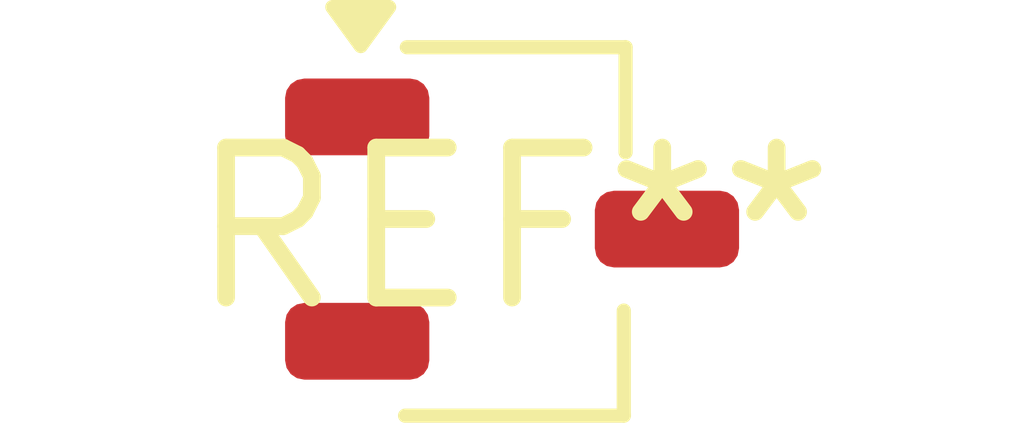
<source format=kicad_pcb>
(kicad_pcb (version 20240108) (generator pcbnew)
  (layers (0 "F.Cu" signal) (31 "B.Cu" signal) (34 "B.Paste" user) (35 "F.Paste" user) (36 "B.SilkS" user "B.Silkscreen") (37 "F.SilkS" user "F.Silkscreen") (38 "B.Mask" user) (39 "F.Mask" user) (44 "Edge.Cuts" user))
  (net 0 "")
  (footprint "TSOT-23" (layer "F.Cu") (at 0 0)
    (property "Reference" "REF**")
    (property "Value" "TSOT-23")
    (fp_line (start 0.945 0.69) (end 0.945 1.58) (layer "F.SilkS") (stroke (width 0.12)))
    (fp_line (start 0.945 1.58) (end -0.905 1.58) (layer "F.SilkS") (stroke (width 0.12)))
    (fp_line (start 0.96 -1.54) (end -0.89 -1.54) (layer "F.SilkS") (stroke (width 0.12)))
    (fp_line (start 0.96 -1.54) (end 0.96 -0.65) (layer "F.SilkS") (stroke (width 0.12)))
    (fp_poly (pts (xy -1.28 -1.55) (xy -1.52 -1.88) (xy -1.04 -1.88) (xy -1.28 -1.55)) (layer "F.SilkS") (stroke (width 0.12)) (fill solid))
    (pad "1" smd roundrect (at -1.31 -0.95) (size 1.22 0.65) (layers "F.Cu" "F.Paste" "F.Mask"))
    (pad "2" smd roundrect (at -1.31 0.95) (size 1.22 0.65) (layers "F.Cu" "F.Paste" "F.Mask"))
    (pad "3" smd roundrect (at 1.31 0) (size 1.22 0.65) (layers "F.Cu" "F.Paste" "F.Mask"))
  )
)
</source>
